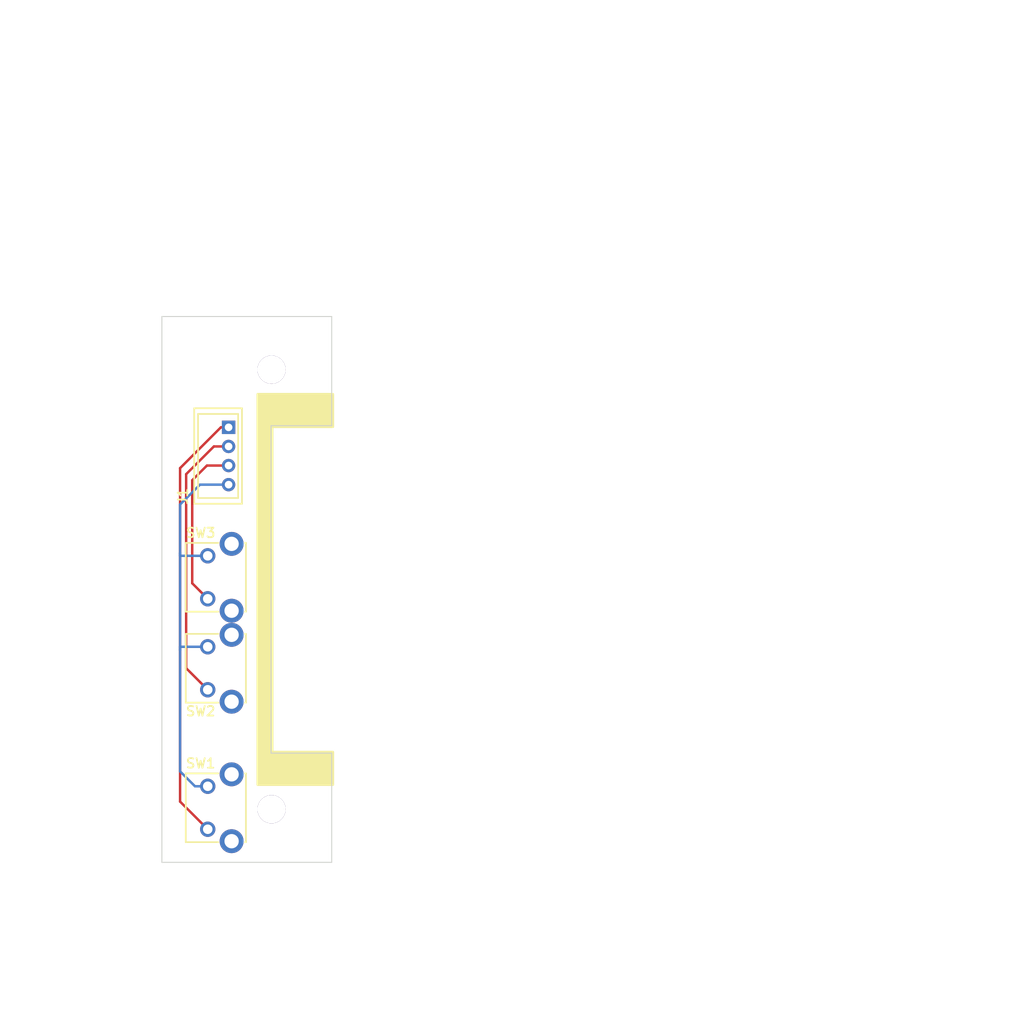
<source format=kicad_pcb>
(kicad_pcb (version 4) (host pcbnew "(2015-03-17 BZR 5524)-product")

  (general
    (links 9)
    (no_connects 3)
    (area 119.591599 81.0186 139.115001 138.6114)
    (thickness 1.6)
    (drawings 8)
    (tracks 26)
    (zones 0)
    (modules 8)
    (nets 10)
  )

  (page USLetter)
  (title_block
    (title "LEFT PANEL")
    (date "Thu 19 Mar 2015")
    (rev A)
    (comment 1 CLK-PC-04)
    (comment 2 CLK-SCH-04)
    (comment 3 "ALARM CLOCK")
  )

  (layers
    (0 F.Cu signal)
    (31 B.Cu signal)
    (32 B.Adhes user)
    (33 F.Adhes user)
    (34 B.Paste user)
    (35 F.Paste user)
    (36 B.SilkS user)
    (37 F.SilkS user)
    (38 B.Mask user)
    (39 F.Mask user)
    (40 Dwgs.User user)
    (41 Cmts.User user)
    (42 Eco1.User user)
    (43 Eco2.User user)
    (44 Edge.Cuts user)
    (45 Margin user)
    (46 B.CrtYd user)
    (47 F.CrtYd user)
    (48 B.Fab user)
    (49 F.Fab user)
  )

  (setup
    (last_trace_width 0.254)
    (trace_clearance 0.254)
    (zone_clearance 0.508)
    (zone_45_only no)
    (trace_min 0.254)
    (segment_width 0.2)
    (edge_width 0.1)
    (via_size 0.889)
    (via_drill 0.635)
    (via_min_size 0.889)
    (via_min_drill 0.508)
    (uvia_size 0.508)
    (uvia_drill 0.127)
    (uvias_allowed no)
    (uvia_min_size 0.508)
    (uvia_min_drill 0.127)
    (pcb_text_width 0.3)
    (pcb_text_size 1.5 1.5)
    (mod_edge_width 0.15)
    (mod_text_size 1 1)
    (mod_text_width 0.15)
    (pad_size 2.9464 2.9464)
    (pad_drill 2.9464)
    (pad_to_mask_clearance 0.1016)
    (aux_axis_origin 121.285 138.43)
    (grid_origin 121.285 138.43)
    (visible_elements FFFFFF7F)
    (pcbplotparams
      (layerselection 0x00030_80000001)
      (usegerberextensions false)
      (excludeedgelayer true)
      (linewidth 0.100000)
      (plotframeref false)
      (viasonmask false)
      (mode 1)
      (useauxorigin false)
      (hpglpennumber 1)
      (hpglpenspeed 20)
      (hpglpendiameter 15)
      (hpglpenoverlay 2)
      (psnegative false)
      (psa4output false)
      (plotreference true)
      (plotvalue true)
      (plotinvisibletext false)
      (padsonsilk false)
      (subtractmaskfromsilk false)
      (outputformat 1)
      (mirror false)
      (drillshape 0)
      (scaleselection 1)
      (outputdirectory gerber/))
  )

  (net 0 "")
  (net 1 /~SSPND)
  (net 2 /MUTE)
  (net 3 /VOL-)
  (net 4 /VOL+)
  (net 5 "Net-(SW2-PadGND)")
  (net 6 "Net-(SW1-PadGND)")
  (net 7 "Net-(SW3-PadGND)")
  (net 8 "Net-(H1-PadP)")
  (net 9 "Net-(H2-PadP)")

  (net_class Default "This is the default net class."
    (clearance 0.254)
    (trace_width 0.254)
    (via_dia 0.889)
    (via_drill 0.635)
    (uvia_dia 0.508)
    (uvia_drill 0.127)
    (add_net /MUTE)
    (add_net /VOL+)
    (add_net /VOL-)
    (add_net /~SSPND)
    (add_net "Net-(H1-PadP)")
    (add_net "Net-(H2-PadP)")
    (add_net "Net-(SW1-PadGND)")
    (add_net "Net-(SW2-PadGND)")
    (add_net "Net-(SW3-PadGND)")
  )

  (module Symbols:Gauge-X-100mm (layer B.Cu) (tedit 55092799) (tstamp 550A76A8)
    (at 108.585 151.13 90)
    (descr "Gauge, Massstab, 100mm, SilkScreenTop, Type 1,")
    (tags "Gauge, Massstab, 100mm, SilkScreenTop, Type 1,")
    (fp_text reference REF** (at 0 -3.81 90) (layer Eco1.User) hide
      (effects (font (size 0.5 0.5) (thickness 0.1)))
    )
    (fp_text value Val** (at 0 -4.445 90) (layer Eco1.User) hide
      (effects (font (size 0.5 0.5) (thickness 0.1)))
    )
    (fp_text user 100mm (at 100.1014 -3.20294 90) (layer Eco1.User)
      (effects (font (size 1 1) (thickness 0.15)))
    )
    (fp_text user 90 (at 90.10142 -3.20294 90) (layer Eco1.User)
      (effects (font (size 1 1) (thickness 0.15)))
    )
    (fp_text user 80 (at 79.99984 -3.40106 90) (layer Eco1.User)
      (effects (font (size 1 1) (thickness 0.15)))
    )
    (fp_text user 70 (at 69.99986 -3.302 90) (layer Eco1.User)
      (effects (font (size 1 1) (thickness 0.15)))
    )
    (fp_text user 60 (at 59.99988 -3.10134 90) (layer Eco1.User)
      (effects (font (size 1 1) (thickness 0.15)))
    )
    (fp_text user 50 (at 49.9999 -3.10134 90) (layer Eco1.User)
      (effects (font (size 1 1) (thickness 0.15)))
    )
    (fp_text user 40 (at 39.99992 -3.10134 90) (layer Eco1.User)
      (effects (font (size 1 1) (thickness 0.15)))
    )
    (fp_text user 30 (at 29.99994 -2.99974 90) (layer Eco1.User)
      (effects (font (size 1 1) (thickness 0.15)))
    )
    (fp_text user 20 (at 20.09902 -2.90068 90) (layer Eco1.User)
      (effects (font (size 1 1) (thickness 0.15)))
    )
    (fp_line (start 95.00108 0) (end 95.00108 -1.00076) (layer Eco1.User) (width 0.15))
    (fp_line (start 89.99982 0) (end 89.99982 -1.99898) (layer Eco1.User) (width 0.15))
    (fp_line (start 85.0011 0) (end 85.0011 -1.00076) (layer Eco1.User) (width 0.15))
    (fp_line (start 79.99984 0) (end 79.99984 -1.99898) (layer Eco1.User) (width 0.15))
    (fp_line (start 75.00112 0) (end 75.00112 -1.00076) (layer Eco1.User) (width 0.15))
    (fp_line (start 69.99986 0) (end 69.99986 -1.99898) (layer Eco1.User) (width 0.15))
    (fp_line (start 65.00114 0) (end 65.00114 -1.00076) (layer Eco1.User) (width 0.15))
    (fp_line (start 59.99988 0) (end 59.99988 -1.99898) (layer Eco1.User) (width 0.15))
    (fp_line (start 55.00116 0) (end 55.00116 -1.00076) (layer Eco1.User) (width 0.15))
    (fp_line (start 49.9999 0) (end 49.9999 -1.99898) (layer Eco1.User) (width 0.15))
    (fp_line (start 45.00118 0) (end 45.00118 -1.00076) (layer Eco1.User) (width 0.15))
    (fp_line (start 39.99992 0) (end 39.99992 -1.99898) (layer Eco1.User) (width 0.15))
    (fp_line (start 35.0012 0) (end 35.0012 -1.00076) (layer Eco1.User) (width 0.15))
    (fp_line (start 29.99994 0) (end 29.99994 -1.99898) (layer Eco1.User) (width 0.15))
    (fp_line (start 25.00122 0) (end 25.00122 -1.00076) (layer Eco1.User) (width 0.15))
    (fp_line (start 19.99996 0) (end 19.99996 -1.99898) (layer Eco1.User) (width 0.15))
    (fp_line (start 15.00124 0) (end 15.00124 -1.00076) (layer Eco1.User) (width 0.15))
    (fp_line (start 9.99998 0) (end 99.9998 0) (layer Eco1.User) (width 0.15))
    (fp_line (start 99.9998 0) (end 99.9998 -1.99898) (layer Eco1.User) (width 0.15))
    (fp_text user 5 (at 4.99872 -2.90068 90) (layer Eco1.User)
      (effects (font (size 1 1) (thickness 0.15)))
    )
    (fp_text user 0 (at 0 -2.79908 90) (layer Eco1.User)
      (effects (font (size 1 1) (thickness 0.15)))
    )
    (fp_text user 10mm (at 9.99998 -2.70002 90) (layer Eco1.User)
      (effects (font (size 1 1) (thickness 0.15)))
    )
    (fp_line (start 8.99922 0) (end 8.99922 -1.00076) (layer Eco1.User) (width 0.15))
    (fp_line (start 8.001 0) (end 8.001 -1.00076) (layer Eco1.User) (width 0.15))
    (fp_line (start 7.00024 0) (end 7.00024 -1.00076) (layer Eco1.User) (width 0.15))
    (fp_line (start 5.99948 0) (end 5.99948 -1.00076) (layer Eco1.User) (width 0.15))
    (fp_line (start 4.0005 0) (end 4.0005 -1.00076) (layer Eco1.User) (width 0.15))
    (fp_line (start 2.99974 0) (end 2.99974 -1.00076) (layer Eco1.User) (width 0.15))
    (fp_line (start 1.99898 0) (end 1.99898 -1.00076) (layer Eco1.User) (width 0.15))
    (fp_line (start 1.00076 0) (end 1.00076 -1.00076) (layer Eco1.User) (width 0.15))
    (fp_line (start 5.00126 0) (end 5.00126 -1.99898) (layer Eco1.User) (width 0.15))
    (fp_line (start 0 0) (end 0 -1.99898) (layer Eco1.User) (width 0.15))
    (fp_line (start 0 0) (end 9.99998 0) (layer Eco1.User) (width 0.15))
    (fp_line (start 9.99998 0) (end 9.99998 -1.99898) (layer Eco1.User) (width 0.15))
  )

  (module Switches:B3F-315X (layer F.Cu) (tedit 54F2FF0D) (tstamp 54ECF1F2)
    (at 126.0856 132.715 270)
    (descr "Tactile switch - SPST - 7.4mm - Right angle")
    (tags "tactile switch")
    (path /54E06BA8)
    (fp_text reference SW1 (at -4.064 2.3876 360) (layer F.SilkS)
      (effects (font (size 1 1) (thickness 0.18)) (justify left bottom))
    )
    (fp_text value B3F-3150 (at -5.4 0 360) (layer F.SilkS) hide
      (effects (font (size 1 1) (thickness 0.18)))
    )
    (fp_line (start -4.1 -4.5) (end 4.1 -4.5) (layer F.CrtYd) (width 0.05))
    (fp_line (start 4.1 -4.5) (end 4.1 2.8) (layer F.CrtYd) (width 0.05))
    (fp_line (start 4.1 2.8) (end -4.1 2.8) (layer F.CrtYd) (width 0.05))
    (fp_line (start -4.1 2.8) (end -4.1 -4.5) (layer F.CrtYd) (width 0.05))
    (fp_line (start -3.6 2.3) (end 3.6 2.3) (layer F.SilkS) (width 0.18))
    (fp_line (start 3.6 2.3) (end 3.6 -1.1) (layer F.SilkS) (width 0.18))
    (fp_line (start -3.6 2.3) (end -3.6 -1.1) (layer F.SilkS) (width 0.18))
    (fp_line (start -1.75 2.3) (end -1.75 2.9) (layer Dwgs.User) (width 0.18))
    (fp_line (start -1.75 2.9) (end -0.7 2.9) (layer Dwgs.User) (width 0.18))
    (fp_line (start -0.7 2.9) (end 0.7 2.9) (layer Dwgs.User) (width 0.18))
    (fp_line (start 0.7 2.9) (end 1.75 2.9) (layer Dwgs.User) (width 0.18))
    (fp_line (start 1.75 2.9) (end 1.75 2.3) (layer Dwgs.User) (width 0.18))
    (fp_line (start -0.7 2.9) (end -0.7 4.35) (layer Dwgs.User) (width 0.18))
    (fp_line (start 0.7 2.9) (end 0.7 4.35) (layer Dwgs.User) (width 0.18))
    (fp_line (start -0.7 4.35) (end -1.2 4.35) (layer Dwgs.User) (width 0.18))
    (fp_line (start -1.2 4.35) (end -1.2 6.15) (layer Dwgs.User) (width 0.18))
    (fp_line (start -1.2 6.15) (end 1.2 6.15) (layer Dwgs.User) (width 0.18))
    (fp_line (start 1.2 6.15) (end 1.2 4.35) (layer Dwgs.User) (width 0.18))
    (fp_line (start 1.2 4.35) (end 0.7 4.35) (layer Dwgs.User) (width 0.18))
    (fp_line (start -0.7 4.35) (end 0.7 4.35) (layer Dwgs.User) (width 0.18))
    (fp_line (start -3.6 -4) (end 3.6 -4) (layer F.SilkS) (width 0.18))
    (fp_line (start -3.6 -4) (end -3.6 -3.9) (layer F.SilkS) (width 0.18))
    (fp_line (start 3.6 -4) (end 3.6 -3.9) (layer F.SilkS) (width 0.18))
    (pad 1 thru_hole circle (at -2.25 0 270) (size 1.6 1.6) (drill 1) (layers *.Cu *.Mask)
      (net 1 /~SSPND))
    (pad 2 thru_hole circle (at 2.25 0 270) (size 1.6 1.6) (drill 1) (layers *.Cu *.Mask)
      (net 2 /MUTE))
    (pad GND thru_hole circle (at -3.5 -2.5 270) (size 2.5 2.5) (drill 1.5) (layers *.Cu *.Mask)
      (net 6 "Net-(SW1-PadGND)"))
    (pad GND thru_hole circle (at 3.5 -2.5 270) (size 2.5 2.5) (drill 1.5) (layers *.Cu *.Mask)
      (net 6 "Net-(SW1-PadGND)"))
    (model switches.pretty/b3f-315x.wrl
      (at (xyz 0 0 0))
      (scale (xyz 1 1 1))
      (rotate (xyz 0 0 0))
    )
  )

  (module Switches:B3F-315X (layer F.Cu) (tedit 54F2FF15) (tstamp 54E997F9)
    (at 126.0856 118.11 270)
    (descr "Tactile switch - SPST - 7.4mm - Right angle")
    (tags "tactile switch")
    (path /54E06CF8)
    (fp_text reference SW2 (at 5.08 2.3876 360) (layer F.SilkS)
      (effects (font (size 1 1) (thickness 0.18)) (justify left bottom))
    )
    (fp_text value B3F-3150 (at -5.4 0 360) (layer F.SilkS) hide
      (effects (font (size 1 1) (thickness 0.18)))
    )
    (fp_line (start -4.1 -4.5) (end 4.1 -4.5) (layer F.CrtYd) (width 0.05))
    (fp_line (start 4.1 -4.5) (end 4.1 2.8) (layer F.CrtYd) (width 0.05))
    (fp_line (start 4.1 2.8) (end -4.1 2.8) (layer F.CrtYd) (width 0.05))
    (fp_line (start -4.1 2.8) (end -4.1 -4.5) (layer F.CrtYd) (width 0.05))
    (fp_line (start -3.6 2.3) (end 3.6 2.3) (layer F.SilkS) (width 0.18))
    (fp_line (start 3.6 2.3) (end 3.6 -1.1) (layer F.SilkS) (width 0.18))
    (fp_line (start -3.6 2.3) (end -3.6 -1.1) (layer F.SilkS) (width 0.18))
    (fp_line (start -1.75 2.3) (end -1.75 2.9) (layer Dwgs.User) (width 0.18))
    (fp_line (start -1.75 2.9) (end -0.7 2.9) (layer Dwgs.User) (width 0.18))
    (fp_line (start -0.7 2.9) (end 0.7 2.9) (layer Dwgs.User) (width 0.18))
    (fp_line (start 0.7 2.9) (end 1.75 2.9) (layer Dwgs.User) (width 0.18))
    (fp_line (start 1.75 2.9) (end 1.75 2.3) (layer Dwgs.User) (width 0.18))
    (fp_line (start -0.7 2.9) (end -0.7 4.35) (layer Dwgs.User) (width 0.18))
    (fp_line (start 0.7 2.9) (end 0.7 4.35) (layer Dwgs.User) (width 0.18))
    (fp_line (start -0.7 4.35) (end -1.2 4.35) (layer Dwgs.User) (width 0.18))
    (fp_line (start -1.2 4.35) (end -1.2 6.15) (layer Dwgs.User) (width 0.18))
    (fp_line (start -1.2 6.15) (end 1.2 6.15) (layer Dwgs.User) (width 0.18))
    (fp_line (start 1.2 6.15) (end 1.2 4.35) (layer Dwgs.User) (width 0.18))
    (fp_line (start 1.2 4.35) (end 0.7 4.35) (layer Dwgs.User) (width 0.18))
    (fp_line (start -0.7 4.35) (end 0.7 4.35) (layer Dwgs.User) (width 0.18))
    (fp_line (start -3.6 -4) (end 3.6 -4) (layer F.SilkS) (width 0.18))
    (fp_line (start -3.6 -4) (end -3.6 -3.9) (layer F.SilkS) (width 0.18))
    (fp_line (start 3.6 -4) (end 3.6 -3.9) (layer F.SilkS) (width 0.18))
    (pad 1 thru_hole circle (at -2.25 0 270) (size 1.6 1.6) (drill 1) (layers *.Cu *.Mask)
      (net 1 /~SSPND))
    (pad 2 thru_hole circle (at 2.25 0 270) (size 1.6 1.6) (drill 1) (layers *.Cu *.Mask)
      (net 3 /VOL-))
    (pad GND thru_hole circle (at -3.5 -2.5 270) (size 2.5 2.5) (drill 1.5) (layers *.Cu *.Mask)
      (net 5 "Net-(SW2-PadGND)"))
    (pad GND thru_hole circle (at 3.5 -2.5 270) (size 2.5 2.5) (drill 1.5) (layers *.Cu *.Mask)
      (net 5 "Net-(SW2-PadGND)"))
    (model switches.pretty/b3f-315x.wrl
      (at (xyz 0 0 0))
      (scale (xyz 1 1 1))
      (rotate (xyz 0 0 0))
    )
  )

  (module Switches:B3F-315X (layer F.Cu) (tedit 54F2FF1C) (tstamp 54EA3E7D)
    (at 126.0856 108.585 270)
    (descr "Tactile switch - SPST - 7.4mm - Right angle")
    (tags "tactile switch")
    (path /54E06D88)
    (fp_text reference SW3 (at -4.064 2.3876 360) (layer F.SilkS)
      (effects (font (size 1 1) (thickness 0.18)) (justify left bottom))
    )
    (fp_text value B3F-3150 (at -5.4 0 360) (layer F.SilkS) hide
      (effects (font (size 1 1) (thickness 0.18)))
    )
    (fp_line (start -4.1 -4.5) (end 4.1 -4.5) (layer F.CrtYd) (width 0.05))
    (fp_line (start 4.1 -4.5) (end 4.1 2.8) (layer F.CrtYd) (width 0.05))
    (fp_line (start 4.1 2.8) (end -4.1 2.8) (layer F.CrtYd) (width 0.05))
    (fp_line (start -4.1 2.8) (end -4.1 -4.5) (layer F.CrtYd) (width 0.05))
    (fp_line (start -3.6 2.3) (end 3.6 2.3) (layer F.SilkS) (width 0.18))
    (fp_line (start 3.6 2.3) (end 3.6 -1.1) (layer F.SilkS) (width 0.18))
    (fp_line (start -3.6 2.3) (end -3.6 -1.1) (layer F.SilkS) (width 0.18))
    (fp_line (start -1.75 2.3) (end -1.75 2.9) (layer Dwgs.User) (width 0.18))
    (fp_line (start -1.75 2.9) (end -0.7 2.9) (layer Dwgs.User) (width 0.18))
    (fp_line (start -0.7 2.9) (end 0.7 2.9) (layer Dwgs.User) (width 0.18))
    (fp_line (start 0.7 2.9) (end 1.75 2.9) (layer Dwgs.User) (width 0.18))
    (fp_line (start 1.75 2.9) (end 1.75 2.3) (layer Dwgs.User) (width 0.18))
    (fp_line (start -0.7 2.9) (end -0.7 4.35) (layer Dwgs.User) (width 0.18))
    (fp_line (start 0.7 2.9) (end 0.7 4.35) (layer Dwgs.User) (width 0.18))
    (fp_line (start -0.7 4.35) (end -1.2 4.35) (layer Dwgs.User) (width 0.18))
    (fp_line (start -1.2 4.35) (end -1.2 6.15) (layer Dwgs.User) (width 0.18))
    (fp_line (start -1.2 6.15) (end 1.2 6.15) (layer Dwgs.User) (width 0.18))
    (fp_line (start 1.2 6.15) (end 1.2 4.35) (layer Dwgs.User) (width 0.18))
    (fp_line (start 1.2 4.35) (end 0.7 4.35) (layer Dwgs.User) (width 0.18))
    (fp_line (start -0.7 4.35) (end 0.7 4.35) (layer Dwgs.User) (width 0.18))
    (fp_line (start -3.6 -4) (end 3.6 -4) (layer F.SilkS) (width 0.18))
    (fp_line (start -3.6 -4) (end -3.6 -3.9) (layer F.SilkS) (width 0.18))
    (fp_line (start 3.6 -4) (end 3.6 -3.9) (layer F.SilkS) (width 0.18))
    (pad 1 thru_hole circle (at -2.25 0 270) (size 1.6 1.6) (drill 1) (layers *.Cu *.Mask)
      (net 1 /~SSPND))
    (pad 2 thru_hole circle (at 2.25 0 270) (size 1.6 1.6) (drill 1) (layers *.Cu *.Mask)
      (net 4 /VOL+))
    (pad GND thru_hole circle (at -3.5 -2.5 270) (size 2.5 2.5) (drill 1.5) (layers *.Cu *.Mask)
      (net 7 "Net-(SW3-PadGND)"))
    (pad GND thru_hole circle (at 3.5 -2.5 270) (size 2.5 2.5) (drill 1.5) (layers *.Cu *.Mask)
      (net 7 "Net-(SW3-PadGND)"))
    (model switches.pretty/b3f-315x.wrl
      (at (xyz 0 0 0))
      (scale (xyz 1 1 1))
      (rotate (xyz 0 0 0))
    )
  )

  (module Conn-Hirose:DF3A-4P-2DSA (layer F.Cu) (tedit 54F30D89) (tstamp 54F3EBA6)
    (at 128.27 95.885 90)
    (descr "DF3 (2mm pitch) - Vert. Through Hole - Single row, 4 pos.")
    (tags "DF3 2mm Vertical Through Hole")
    (path /54E037EF)
    (fp_text reference J1 (at -5.2 -4.2 90) (layer F.SilkS)
      (effects (font (size 1 1) (thickness 0.18)) (justify left bottom))
    )
    (fp_text value DF3A-4P-2DSA (at 0 3 90) (layer F.SilkS) hide
      (effects (font (size 1 1) (thickness 0.18)))
    )
    (fp_line (start -5.5 -4.1) (end 5.5 -4.1) (layer F.CrtYd) (width 0.05))
    (fp_line (start 5.5 -4.1) (end 5.5 1.9) (layer F.CrtYd) (width 0.05))
    (fp_line (start 5.5 1.9) (end -5.5 1.9) (layer F.CrtYd) (width 0.05))
    (fp_line (start -5.5 1.9) (end -5.5 -4.1) (layer F.CrtYd) (width 0.05))
    (fp_line (start -5 -3.6) (end 5 -3.6) (layer F.SilkS) (width 0.18))
    (fp_line (start 5 -3.6) (end 5 1.4) (layer F.SilkS) (width 0.18))
    (fp_line (start -5 1.4) (end 5 1.4) (layer F.SilkS) (width 0.18))
    (fp_line (start -5 1.4) (end -5 -3.6) (layer F.SilkS) (width 0.18))
    (fp_line (start -4.4 -3.2) (end 4.4 -3.2) (layer F.SilkS) (width 0.18))
    (fp_line (start 4.4 -3.2) (end 4.4 1) (layer F.SilkS) (width 0.18))
    (fp_line (start -4.4 -3.2) (end -4.4 1) (layer F.SilkS) (width 0.18))
    (fp_line (start -4.4 1) (end 4.4 1) (layer F.SilkS) (width 0.18))
    (pad 1 thru_hole rect (at 3 0 90) (size 1.4 1.4) (drill 0.8) (layers *.Cu *.Mask)
      (net 2 /MUTE))
    (pad 2 thru_hole circle (at 1 0 90) (size 1.4 1.4) (drill 0.8) (layers *.Cu *.Mask)
      (net 3 /VOL-))
    (pad 3 thru_hole circle (at -1 0 90) (size 1.4 1.4) (drill 0.8) (layers *.Cu *.Mask)
      (net 4 /VOL+))
    (pad 4 thru_hole circle (at -3 0 90) (size 1.4 1.4) (drill 0.8) (layers *.Cu *.Mask)
      (net 1 /~SSPND))
    (model conn-hirose.pretty/DF3A-4P-2DSA.wrl
      (at (xyz 0 0 0))
      (scale (xyz 1 1 1))
      (rotate (xyz 0 0 0))
    )
  )

  (module Conn-Wire-Pads:Hole-Screw-NP-#4 (layer F.Cu) (tedit 550A2FD2) (tstamp 550A5F6F)
    (at 132.7658 86.8426)
    (descr "Mounting Hole - Screw #4")
    (path /550951CD)
    (attr virtual)
    (fp_text reference H1 (at 0 -4.6) (layer F.SilkS) hide
      (effects (font (size 1 1) (thickness 0.18)))
    )
    (fp_text value Hole (at 0 4.7) (layer F.Fab) hide
      (effects (font (size 1 1) (thickness 0.18)))
    )
    (pad P thru_hole circle (at 0 0) (size 2.9464 2.9464) (drill 2.9464) (layers *.Cu *.Mask)
      (net 8 "Net-(H1-PadP)") (clearance 2.7178) (zone_connect 0))
  )

  (module Conn-Wire-Pads:Hole-Screw-NP-#4 (layer F.Cu) (tedit 550A2FD2) (tstamp 550A5F73)
    (at 132.7658 132.8674)
    (descr "Mounting Hole - Screw #4")
    (path /55095353)
    (attr virtual)
    (fp_text reference H2 (at 0 -4.6) (layer F.SilkS) hide
      (effects (font (size 1 1) (thickness 0.18)))
    )
    (fp_text value Hole (at 0 4.7) (layer F.Fab) hide
      (effects (font (size 1 1) (thickness 0.18)))
    )
    (pad P thru_hole circle (at 0 0) (size 2.9464 2.9464) (drill 2.9464) (layers *.Cu *.Mask)
      (net 9 "Net-(H2-PadP)") (clearance 2.7178) (zone_connect 0))
  )

  (module Symbols:Gauge-X-100mm (layer F.Cu) (tedit 55092799) (tstamp 550A7649)
    (at 108.585 151.13)
    (descr "Gauge, Massstab, 100mm, SilkScreenTop, Type 1,")
    (tags "Gauge, Massstab, 100mm, SilkScreenTop, Type 1,")
    (fp_text reference REF** (at 0 3.81) (layer Eco1.User) hide
      (effects (font (size 0.5 0.5) (thickness 0.1)))
    )
    (fp_text value Val** (at 0 4.445) (layer Eco1.User) hide
      (effects (font (size 0.5 0.5) (thickness 0.1)))
    )
    (fp_text user 100mm (at 100.1014 3.20294) (layer Eco1.User)
      (effects (font (size 1 1) (thickness 0.15)))
    )
    (fp_text user 90 (at 90.10142 3.20294) (layer Eco1.User)
      (effects (font (size 1 1) (thickness 0.15)))
    )
    (fp_text user 80 (at 79.99984 3.40106) (layer Eco1.User)
      (effects (font (size 1 1) (thickness 0.15)))
    )
    (fp_text user 70 (at 69.99986 3.302) (layer Eco1.User)
      (effects (font (size 1 1) (thickness 0.15)))
    )
    (fp_text user 60 (at 59.99988 3.10134) (layer Eco1.User)
      (effects (font (size 1 1) (thickness 0.15)))
    )
    (fp_text user 50 (at 49.9999 3.10134) (layer Eco1.User)
      (effects (font (size 1 1) (thickness 0.15)))
    )
    (fp_text user 40 (at 39.99992 3.10134) (layer Eco1.User)
      (effects (font (size 1 1) (thickness 0.15)))
    )
    (fp_text user 30 (at 29.99994 2.99974) (layer Eco1.User)
      (effects (font (size 1 1) (thickness 0.15)))
    )
    (fp_text user 20 (at 20.09902 2.90068) (layer Eco1.User)
      (effects (font (size 1 1) (thickness 0.15)))
    )
    (fp_line (start 95.00108 0) (end 95.00108 1.00076) (layer Eco1.User) (width 0.15))
    (fp_line (start 89.99982 0) (end 89.99982 1.99898) (layer Eco1.User) (width 0.15))
    (fp_line (start 85.0011 0) (end 85.0011 1.00076) (layer Eco1.User) (width 0.15))
    (fp_line (start 79.99984 0) (end 79.99984 1.99898) (layer Eco1.User) (width 0.15))
    (fp_line (start 75.00112 0) (end 75.00112 1.00076) (layer Eco1.User) (width 0.15))
    (fp_line (start 69.99986 0) (end 69.99986 1.99898) (layer Eco1.User) (width 0.15))
    (fp_line (start 65.00114 0) (end 65.00114 1.00076) (layer Eco1.User) (width 0.15))
    (fp_line (start 59.99988 0) (end 59.99988 1.99898) (layer Eco1.User) (width 0.15))
    (fp_line (start 55.00116 0) (end 55.00116 1.00076) (layer Eco1.User) (width 0.15))
    (fp_line (start 49.9999 0) (end 49.9999 1.99898) (layer Eco1.User) (width 0.15))
    (fp_line (start 45.00118 0) (end 45.00118 1.00076) (layer Eco1.User) (width 0.15))
    (fp_line (start 39.99992 0) (end 39.99992 1.99898) (layer Eco1.User) (width 0.15))
    (fp_line (start 35.0012 0) (end 35.0012 1.00076) (layer Eco1.User) (width 0.15))
    (fp_line (start 29.99994 0) (end 29.99994 1.99898) (layer Eco1.User) (width 0.15))
    (fp_line (start 25.00122 0) (end 25.00122 1.00076) (layer Eco1.User) (width 0.15))
    (fp_line (start 19.99996 0) (end 19.99996 1.99898) (layer Eco1.User) (width 0.15))
    (fp_line (start 15.00124 0) (end 15.00124 1.00076) (layer Eco1.User) (width 0.15))
    (fp_line (start 9.99998 0) (end 99.9998 0) (layer Eco1.User) (width 0.15))
    (fp_line (start 99.9998 0) (end 99.9998 1.99898) (layer Eco1.User) (width 0.15))
    (fp_text user 5 (at 4.99872 2.90068) (layer Eco1.User)
      (effects (font (size 1 1) (thickness 0.15)))
    )
    (fp_text user 0 (at 0 2.79908) (layer Eco1.User)
      (effects (font (size 1 1) (thickness 0.15)))
    )
    (fp_text user 10mm (at 9.99998 2.70002) (layer Eco1.User)
      (effects (font (size 1 1) (thickness 0.15)))
    )
    (fp_line (start 8.99922 0) (end 8.99922 1.00076) (layer Eco1.User) (width 0.15))
    (fp_line (start 8.001 0) (end 8.001 1.00076) (layer Eco1.User) (width 0.15))
    (fp_line (start 7.00024 0) (end 7.00024 1.00076) (layer Eco1.User) (width 0.15))
    (fp_line (start 5.99948 0) (end 5.99948 1.00076) (layer Eco1.User) (width 0.15))
    (fp_line (start 4.0005 0) (end 4.0005 1.00076) (layer Eco1.User) (width 0.15))
    (fp_line (start 2.99974 0) (end 2.99974 1.00076) (layer Eco1.User) (width 0.15))
    (fp_line (start 1.99898 0) (end 1.99898 1.00076) (layer Eco1.User) (width 0.15))
    (fp_line (start 1.00076 0) (end 1.00076 1.00076) (layer Eco1.User) (width 0.15))
    (fp_line (start 5.00126 0) (end 5.00126 1.99898) (layer Eco1.User) (width 0.15))
    (fp_line (start 0 0) (end 0 1.99898) (layer Eco1.User) (width 0.15))
    (fp_line (start 0 0) (end 9.99998 0) (layer Eco1.User) (width 0.15))
    (fp_line (start 9.99998 0) (end 9.99998 1.99898) (layer Eco1.User) (width 0.15))
  )

  (gr_line (start 132.715 127) (end 132.715 92.71) (angle 90) (layer Edge.Cuts) (width 0.1))
  (gr_line (start 139.065 127) (end 132.715 127) (angle 90) (layer Edge.Cuts) (width 0.1))
  (gr_line (start 139.065 138.43) (end 139.065 127) (angle 90) (layer Edge.Cuts) (width 0.1))
  (gr_line (start 121.285 138.43) (end 139.065 138.43) (angle 90) (layer Edge.Cuts) (width 0.1))
  (gr_line (start 139.065 92.71) (end 132.715 92.71) (angle 90) (layer Edge.Cuts) (width 0.1))
  (gr_line (start 139.065 81.28) (end 139.065 92.71) (angle 90) (layer Edge.Cuts) (width 0.1))
  (gr_line (start 121.285 81.28) (end 139.065 81.28) (angle 90) (layer Edge.Cuts) (width 0.1))
  (gr_line (start 121.285 138.43) (end 121.285 81.28) (angle 90) (layer Edge.Cuts) (width 0.1) (tstamp 54E99449))

  (segment (start 126.0856 130.465) (end 124.75 130.465) (width 0.254) (layer B.Cu) (net 1))
  (segment (start 123.19 128.905) (end 123.19 116.205) (width 0.254) (layer B.Cu) (net 1) (tstamp 54E27626))
  (segment (start 124.75 130.465) (end 123.19 128.905) (width 0.254) (layer B.Cu) (net 1) (tstamp 54E27624))
  (segment (start 123.19 100.965) (end 123.19 106.045) (width 0.254) (layer B.Cu) (net 1) (tstamp 54E09DE9))
  (segment (start 128.27 98.885) (end 125.27 98.885) (width 0.254) (layer B.Cu) (net 1) (status 10))
  (segment (start 125.27 98.885) (end 123.19 100.965) (width 0.254) (layer B.Cu) (net 1) (tstamp 54E09DE7))
  (segment (start 123.19 106.335) (end 123.19 106.045) (width 0.254) (layer B.Cu) (net 1) (tstamp 54E09DF4))
  (segment (start 126.0856 115.86) (end 123.19 115.86) (width 0.254) (layer B.Cu) (net 1))
  (segment (start 123.19 115.86) (end 123.19 116.205) (width 0.254) (layer B.Cu) (net 1) (tstamp 54E09DEF))
  (segment (start 123.19 106.045) (end 123.19 116.205) (width 0.254) (layer B.Cu) (net 1) (tstamp 54E09DF7))
  (segment (start 126.0856 106.335) (end 123.19 106.335) (width 0.254) (layer B.Cu) (net 1) (status 10))
  (segment (start 125.285601 134.165001) (end 126.0856 134.965) (width 0.254) (layer F.Cu) (net 2))
  (segment (start 123.19 97.155) (end 123.19 132.0694) (width 0.254) (layer F.Cu) (net 2))
  (segment (start 123.19 132.0694) (end 125.285601 134.165001) (width 0.254) (layer F.Cu) (net 2))
  (segment (start 127.46 92.885) (end 123.19 97.155) (width 0.254) (layer F.Cu) (net 2))
  (segment (start 128.27 92.885) (end 127.46 92.885) (width 0.254) (layer F.Cu) (net 2) (status 10))
  (segment (start 126.73 94.885) (end 123.825 97.79) (width 0.254) (layer F.Cu) (net 3))
  (segment (start 123.825 97.79) (end 123.825 118.0994) (width 0.254) (layer F.Cu) (net 3))
  (segment (start 123.825 118.0994) (end 125.285601 119.560001) (width 0.254) (layer F.Cu) (net 3))
  (segment (start 128.27 94.885) (end 126.73 94.885) (width 0.254) (layer F.Cu) (net 3) (status 10))
  (segment (start 125.285601 119.560001) (end 126.0856 120.36) (width 0.254) (layer F.Cu) (net 3))
  (segment (start 128.27 96.885) (end 126 96.885) (width 0.254) (layer F.Cu) (net 4) (status 10))
  (segment (start 126 96.885) (end 124.46 98.425) (width 0.254) (layer F.Cu) (net 4))
  (segment (start 124.46 98.425) (end 124.46 109.2094) (width 0.254) (layer F.Cu) (net 4))
  (segment (start 124.46 109.2094) (end 125.285601 110.035001) (width 0.254) (layer F.Cu) (net 4))
  (segment (start 125.285601 110.035001) (end 126.0856 110.835) (width 0.254) (layer F.Cu) (net 4))

  (zone (net 0) (net_name "") (layer F.SilkS) (tstamp 54E2D555) (hatch edge 0.508)
    (connect_pads (clearance 0.508))
    (min_thickness 0.254)
    (fill yes (arc_segments 16) (thermal_gap 0.508) (thermal_bridge_width 0.508))
    (polygon
      (pts
        (xy 139.065 130.175) (xy 131.445 130.175) (xy 131.445 89.535) (xy 139.065 89.535) (xy 139.065 92.71)
        (xy 132.715 92.71) (xy 132.715 127) (xy 139.065 127)
      )
    )
    (filled_polygon
      (pts
        (xy 139.192 130.302) (xy 131.318 130.302) (xy 131.318 89.408) (xy 139.192 89.408) (xy 139.192 92.837)
        (xy 132.842 92.837) (xy 132.842 126.873) (xy 139.192 126.873) (xy 139.192 130.302)
      )
    )
  )
)

</source>
